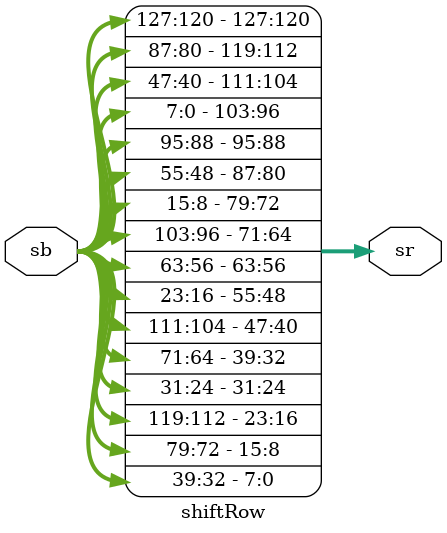
<source format=v>

module shiftRow(sb,sr);

input [127:0] sb;
output [127:0] sr;

assign         sr[127:120] = sb[127:120];  
assign         sr[119:112] = sb[87:80];
assign         sr[111:104] = sb[47:40];
assign         sr[103:96] = sb[7:0];
   
assign          sr[95:88] = sb[95:88];
assign          sr[87:80] = sb[55:48];
assign          sr[79:72] = sb[15:8];
assign          sr[71:64] = sb[103:96];
   
assign          sr[63:56] = sb[63:56];
assign          sr[55:48] = sb[23:16];
assign          sr[47:40] = sb[111:104];
assign          sr[39:32] = sb[71:64];
   
assign          sr[31:24] = sb[31:24];
assign          sr[23:16] = sb[119:112];
assign          sr[15:8] = sb[79:72];
assign          sr[7:0] = sb[39:32]; 


endmodule 
</source>
